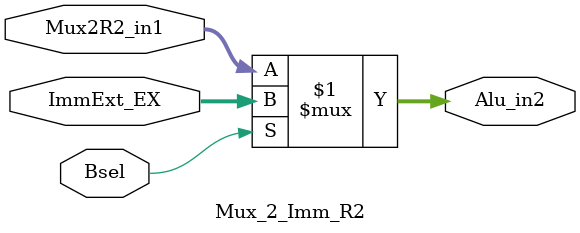
<source format=v>
module Mux_2_Imm_R2(            //Selection Between Immediate Value OR Second Register
input  [31:0] Mux2R2_in1,       //Updated Second Register Value 
input  [31:0] ImmExt_EX,        //Immediate Value
input  Bsel,                    //Selection Line For Mux
output [31:0] Alu_in2           //ALU Frist Input 
); 
                                //0 For DataR2 and 1 For Immediate Value
        assign Alu_in2  = (Bsel)?ImmExt_EX:Mux2R2_in1;
endmodule
</source>
